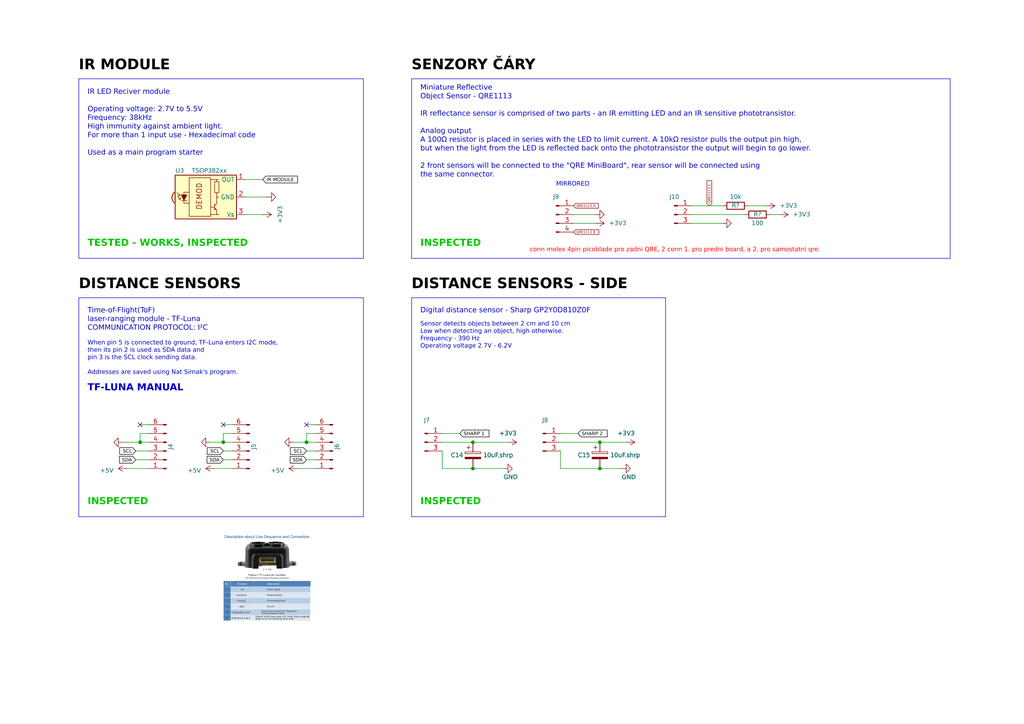
<source format=kicad_sch>
(kicad_sch (version 20231120) (generator "eeschema") (generator_version "8.0")
  (paper "A4")
  (title_block (title "SUMEC SMD") (company "SPŠ NA PROSEKU"))
  (lib_symbols
    (symbol "+3V3_1" (power) (pin_names (offset 0))
      (property "Value" "+3V3_1" (at 0 3.556 0))
      (symbol "+3V3_1_0_1"
        (polyline (pts (xy -0.762 1.27) (xy 0 2.54)))
        (polyline (pts (xy 0 0) (xy 0 2.54)))
        (polyline (pts (xy 0 2.54) (xy 0.762 1.27)))
      )
      (symbol "+3V3_1_1_1"
        (pin power_in line (at 0 0 90) (length 0) hide (name "+3V3") (number "1"))
      )
    )
    (symbol "Connector:Conn_01x03_Pin" (pin_names (offset 1.016) hide)
      (property "Reference" "J" (at 0 5.08 0))
      (property "Value" "Conn_01x03_Pin" (at 0 -5.08 0))
      (symbol "Conn_01x03_Pin_1_1"
        (polyline (pts (xy 1.27 -2.54) (xy 0.8636 -2.54)) (stroke (width 0.1524)))
        (polyline (pts (xy 1.27 0) (xy 0.8636 0)) (stroke (width 0.1524)))
        (polyline (pts (xy 1.27 2.54) (xy 0.8636 2.54)) (stroke (width 0.1524)))
        (rectangle (start 0.8636 -2.413) (end 0 -2.667) (stroke (width 0.1524)) (fill (type outline)))
        (rectangle (start 0.8636 0.127) (end 0 -0.127) (stroke (width 0.1524)) (fill (type outline)))
        (rectangle (start 0.8636 2.667) (end 0 2.413) (stroke (width 0.1524)) (fill (type outline)))
        (pin passive line (at 5.08 2.54 180) (length 3.81) (name "Pin_1") (number "1"))
        (pin passive line (at 5.08 0 180) (length 3.81) (name "Pin_2") (number "2"))
        (pin passive line (at 5.08 -2.54 180) (length 3.81) (name "Pin_3") (number "3"))
      )
    )
    (symbol "Connector:Conn_01x04_Pin" (pin_names (offset 1.016) hide)
      (property "Reference" "J" (at 0 5.08 0))
      (property "Value" "Conn_01x04_Pin" (at 0 -7.62 0))
      (symbol "Conn_01x04_Pin_1_1"
        (polyline (pts (xy 1.27 -5.08) (xy 0.8636 -5.08)) (stroke (width 0.1524)))
        (polyline (pts (xy 1.27 -2.54) (xy 0.8636 -2.54)) (stroke (width 0.1524)))
        (polyline (pts (xy 1.27 0) (xy 0.8636 0)) (stroke (width 0.1524)))
        (polyline (pts (xy 1.27 2.54) (xy 0.8636 2.54)) (stroke (width 0.1524)))
        (rectangle (start 0.8636 -4.953) (end 0 -5.207) (stroke (width 0.1524)) (fill (type outline)))
        (rectangle (start 0.8636 -2.413) (end 0 -2.667) (stroke (width 0.1524)) (fill (type outline)))
        (rectangle (start 0.8636 0.127) (end 0 -0.127) (stroke (width 0.1524)) (fill (type outline)))
        (rectangle (start 0.8636 2.667) (end 0 2.413) (stroke (width 0.1524)) (fill (type outline)))
        (pin passive line (at 5.08 2.54 180) (length 3.81) (name "Pin_1") (number "1"))
        (pin passive line (at 5.08 0 180) (length 3.81) (name "Pin_2") (number "2"))
        (pin passive line (at 5.08 -2.54 180) (length 3.81) (name "Pin_3") (number "3"))
        (pin passive line (at 5.08 -5.08 180) (length 3.81) (name "Pin_4") (number "4"))
      )
    )
    (symbol "Connector:Conn_01x06_Pin" (pin_names (offset 1.016) hide)
      (property "Reference" "J" (at 0 7.62 0))
      (property "Value" "Conn_01x06_Pin" (at 0 -10.16 0))
      (symbol "Conn_01x06_Pin_1_1"
        (polyline (pts (xy 1.27 -7.62) (xy 0.8636 -7.62)) (stroke (width 0.1524)))
        (polyline (pts (xy 1.27 -5.08) (xy 0.8636 -5.08)) (stroke (width 0.1524)))
        (polyline (pts (xy 1.27 -2.54) (xy 0.8636 -2.54)) (stroke (width 0.1524)))
        (polyline (pts (xy 1.27 0) (xy 0.8636 0)) (stroke (width 0.1524)))
        (polyline (pts (xy 1.27 2.54) (xy 0.8636 2.54)) (stroke (width 0.1524)))
        (polyline (pts (xy 1.27 5.08) (xy 0.8636 5.08)) (stroke (width 0.1524)))
        (rectangle (start 0.8636 -7.493) (end 0 -7.747) (stroke (width 0.1524)) (fill (type outline)))
        (rectangle (start 0.8636 -4.953) (end 0 -5.207) (stroke (width 0.1524)) (fill (type outline)))
        (rectangle (start 0.8636 -2.413) (end 0 -2.667) (stroke (width 0.1524)) (fill (type outline)))
        (rectangle (start 0.8636 0.127) (end 0 -0.127) (stroke (width 0.1524)) (fill (type outline)))
        (rectangle (start 0.8636 2.667) (end 0 2.413) (stroke (width 0.1524)) (fill (type outline)))
        (rectangle (start 0.8636 5.207) (end 0 4.953) (stroke (width 0.1524)) (fill (type outline)))
        (pin passive line (at 5.08 5.08 180) (length 3.81) (name "Pin_1") (number "1"))
        (pin passive line (at 5.08 2.54 180) (length 3.81) (name "Pin_2") (number "2"))
        (pin passive line (at 5.08 0 180) (length 3.81) (name "Pin_3") (number "3"))
        (pin passive line (at 5.08 -2.54 180) (length 3.81) (name "Pin_4") (number "4"))
        (pin passive line (at 5.08 -5.08 180) (length 3.81) (name "Pin_5") (number "5"))
        (pin passive line (at 5.08 -7.62 180) (length 3.81) (name "Pin_6") (number "6"))
      )
    )
    (symbol "Device:C_Polarized" (pin_numbers hide) (pin_names (offset 0.254))
      (property "Reference" "C" (at 0.635 2.54 0))
      (property "Value" "C_Polarized" (at 0.635 -2.54 0))
      (symbol "C_Polarized_0_1"
        (rectangle (start -2.286 0.508) (end 2.286 1.016))
        (polyline (pts (xy -1.778 2.286) (xy -0.762 2.286)))
        (polyline (pts (xy -1.27 2.794) (xy -1.27 1.778)))
        (rectangle (start 2.286 -0.508) (end -2.286 -1.016) (fill (type outline)))
      )
      (symbol "C_Polarized_1_1"
        (pin passive line (at 0 3.81 270) (length 2.794) (name "~") (number "1"))
        (pin passive line (at 0 -3.81 90) (length 2.794) (name "~") (number "2"))
      )
    )
    (symbol "Device:R" (pin_numbers hide) (pin_names (offset 0))
      (property "Reference" "R" (at 2.032 0 90))
      (property "Value" "R" (at 0 0 90))
      (symbol "R_0_1"
        (rectangle (start -1.016 -2.54) (end 1.016 2.54) (stroke (width 0.254)))
      )
      (symbol "R_1_1"
        (pin passive line (at 0 3.81 270) (length 1.27) (name "~") (number "1"))
        (pin passive line (at 0 -3.81 90) (length 1.27) (name "~") (number "2"))
      )
    )
    (symbol "GND_1" (power) (pin_names (offset 0))
      (property "Value" "GND_1" (at 0 -3.81 0))
      (symbol "GND_1_0_1"
        (polyline (pts (xy 0 0) (xy 0 -1.27) (xy 1.27 -1.27) (xy 0 -2.54) (xy -1.27 -1.27) (xy 0 -1.27)))
      )
      (symbol "GND_1_1_1"
        (pin power_in line (at 0 0 270) (length 0) hide (name "GND") (number "1"))
      )
    )
    (symbol "GND_2" (power) (pin_names (offset 0))
      (property "Value" "GND_2" (at 0 -3.81 0))
      (symbol "GND_2_0_1"
        (polyline (pts (xy 0 0) (xy 0 -1.27) (xy 1.27 -1.27) (xy 0 -2.54) (xy -1.27 -1.27) (xy 0 -1.27)))
      )
      (symbol "GND_2_1_1"
        (pin power_in line (at 0 0 270) (length 0) hide (name "GND") (number "1"))
      )
    )
    (symbol "Interface_Optical:TSOP382xx"
      (property "Reference" "U5" (at -7.62 7.62 0))
      (property "Value" "TSOP382xx" (at 5.08 7.62 0))
      (symbol "TSOP382xx_0_0"
        (arc (start -10.287 1.397) (mid -11.0899 -0.1852) (end -10.287 -1.778) (stroke (width 0.254)) (fill (type background)))
        (polyline (pts (xy 1.905 -5.08) (xy 0.127 -5.08)))
        (polyline (pts (xy 1.905 5.08) (xy 0.127 5.08)))
        (text "DEMOD" (at -3.175 0.254 900) (effects (font (size 1.524 1.524))))
      )
      (symbol "TSOP382xx_0_1"
        (rectangle (start -6.096 5.588) (end 0.127 -5.588))
        (polyline (pts (xy -8.763 0.381) (xy -9.652 1.27)))
        (polyline (pts (xy -8.763 0.381) (xy -9.271 0.381)))
        (polyline (pts (xy -8.763 0.381) (xy -8.763 0.889)))
        (polyline (pts (xy -8.636 -0.635) (xy -9.525 0.254)))
        (polyline (pts (xy -8.636 -0.635) (xy -9.144 -0.635)))
        (polyline (pts (xy -8.636 -0.635) (xy -8.636 -0.127)))
        (polyline (pts (xy -8.382 -1.016) (xy -6.731 -1.016)))
        (polyline (pts (xy 1.27 -2.921) (xy 0.127 -2.921)))
        (polyline (pts (xy 1.27 -1.905) (xy 1.27 -3.81)))
        (polyline (pts (xy 1.397 -3.556) (xy 1.524 -3.556)))
        (polyline (pts (xy 1.651 -3.556) (xy 1.524 -3.556)))
        (polyline (pts (xy 1.651 -3.556) (xy 1.651 -3.302)))
        (polyline (pts (xy 1.905 0) (xy 1.905 1.27)))
        (polyline (pts (xy 1.905 4.445) (xy 1.905 5.08) (xy 2.54 5.08)))
        (polyline (pts (xy -8.382 0.635) (xy -6.731 0.635) (xy -7.62 -1.016) (xy -8.382 0.635)) (fill (type outline)))
        (polyline (pts (xy -6.096 1.397) (xy -7.62 1.397) (xy -7.62 -1.778) (xy -6.096 -1.778)))
        (polyline (pts (xy 1.27 -3.175) (xy 1.905 -3.81) (xy 1.905 -5.08) (xy 2.54 -5.08)))
        (polyline (pts (xy 1.27 -2.54) (xy 1.905 -1.905) (xy 1.905 0) (xy 2.54 0)))
        (rectangle (start 2.54 1.27) (end 1.27 4.445))
        (rectangle (start 7.62 6.35) (end -10.16 -6.35) (stroke (width 0.254)) (fill (type background)))
      )
      (symbol "TSOP382xx_1_1"
        (pin output line (at 10.16 5.08 180) (length 2.54) (name "OUT") (number "1"))
        (pin power_in line (at 10.16 0 180) (length 2.54) (name "GND") (number "2"))
        (pin power_in line (at 10.16 -5.08 180) (length 2.54) (name "Vs") (number "3"))
      )
    )
    (symbol "power:+3V3" (power) (pin_names (offset 0))
      (property "Value" "+3V3" (at 0 3.556 0))
      (symbol "+3V3_0_1"
        (polyline (pts (xy -0.762 1.27) (xy 0 2.54)))
        (polyline (pts (xy 0 0) (xy 0 2.54)))
        (polyline (pts (xy 0 2.54) (xy 0.762 1.27)))
      )
      (symbol "+3V3_1_1"
        (pin power_in line (at 0 0 90) (length 0) hide (name "+3V3") (number "1"))
      )
    )
    (symbol "power:+5V" (power) (pin_names (offset 0))
      (property "Value" "+5V" (at 0 3.556 0))
      (symbol "+5V_0_1"
        (polyline (pts (xy -0.762 1.27) (xy 0 2.54)))
        (polyline (pts (xy 0 0) (xy 0 2.54)))
        (polyline (pts (xy 0 2.54) (xy 0.762 1.27)))
      )
      (symbol "+5V_1_1"
        (pin power_in line (at 0 0 90) (length 0) hide (name "+5V") (number "1"))
      )
    )
    (symbol "power:GND" (power) (pin_names (offset 0))
      (property "Value" "GND" (at 0 -3.81 0))
      (symbol "GND_0_1"
        (polyline (pts (xy 0 0) (xy 0 -1.27) (xy 1.27 -1.27) (xy 0 -2.54) (xy -1.27 -1.27) (xy 0 -1.27)))
      )
      (symbol "GND_1_1"
        (pin power_in line (at 0 0 270) (length 0) hide (name "GND") (number "1"))
      )
    )
  )
  (junction (at 137.16 128.27))
  (junction (at 173.99 135.89))
  (junction (at 137.16 135.89))
  (junction (at 88.9 128.27))
  (junction (at 64.77 128.27))
  (junction (at 173.99 128.27))
  (junction (at 40.64 128.27))
  (no_connect (at 88.9 123.19))
  (no_connect (at 40.64 123.19))
  (no_connect (at 64.77 123.19))
  (wire (pts (xy 76.2 52.07) (xy 71.12 52.07)))
  (wire (pts (xy 43.18 125.73) (xy 40.64 125.73)))
  (wire (pts (xy 40.64 128.27) (xy 43.18 128.27)))
  (wire (pts (xy 64.77 125.73) (xy 64.77 128.27)))
  (polyline (pts (xy 105.41 74.93) (xy 22.86 74.93)))
  (polyline (pts (xy 22.86 86.36) (xy 105.41 86.36)))
  (wire (pts (xy 88.9 128.27) (xy 91.44 128.27)))
  (wire (pts (xy 162.56 135.89) (xy 173.99 135.89)))
  (wire (pts (xy 64.77 133.35) (xy 67.31 133.35)))
  (polyline (pts (xy 275.59 22.86) (xy 275.59 74.93)))
  (polyline (pts (xy 105.41 86.36) (xy 105.41 149.86)))
  (wire (pts (xy 39.37 133.35) (xy 43.18 133.35)))
  (wire (pts (xy 64.77 128.27) (xy 67.31 128.27)))
  (wire (pts (xy 39.37 130.81) (xy 43.18 130.81)))
  (wire (pts (xy 40.64 125.73) (xy 40.64 128.27)))
  (wire (pts (xy 166.37 62.23) (xy 172.72 62.23)))
  (wire (pts (xy 223.52 62.23) (xy 226.06 62.23)))
  (wire (pts (xy 128.27 128.27) (xy 137.16 128.27)))
  (wire (pts (xy 67.31 125.73) (xy 64.77 125.73)))
  (wire (pts (xy 62.23 135.89) (xy 67.31 135.89)))
  (wire (pts (xy 137.16 135.89) (xy 146.05 135.89)))
  (wire (pts (xy 64.77 130.81) (xy 67.31 130.81)))
  (wire (pts (xy 76.2 62.23) (xy 71.12 62.23)))
  (wire (pts (xy 85.09 128.27) (xy 88.9 128.27)))
  (wire (pts (xy 128.27 135.89) (xy 137.16 135.89)))
  (polyline (pts (xy 119.38 149.86) (xy 119.38 86.36)))
  (polyline (pts (xy 105.41 74.93) (xy 105.41 22.86)))
  (polyline (pts (xy 22.86 22.86) (xy 105.41 22.86)))
  (wire (pts (xy 222.25 59.69) (xy 217.17 59.69)))
  (polyline (pts (xy 119.38 86.36) (xy 193.04 86.36)))
  (wire (pts (xy 40.64 123.19) (xy 43.18 123.19)))
  (wire (pts (xy 35.56 128.27) (xy 40.64 128.27)))
  (wire (pts (xy 172.72 64.77) (xy 166.37 64.77)))
  (polyline (pts (xy 119.38 22.86) (xy 275.59 22.86)))
  (wire (pts (xy 167.64 125.73) (xy 162.56 125.73)))
  (wire (pts (xy 36.83 135.89) (xy 43.18 135.89)))
  (polyline (pts (xy 119.38 149.86) (xy 193.04 149.86)))
  (wire (pts (xy 173.99 135.89) (xy 180.34 135.89)))
  (polyline (pts (xy 119.38 74.93) (xy 275.59 74.93)))
  (wire (pts (xy 162.56 128.27) (xy 173.99 128.27)))
  (wire (pts (xy 128.27 135.89) (xy 128.27 130.81)))
  (wire (pts (xy 173.99 128.27) (xy 181.61 128.27)))
  (polyline (pts (xy 22.86 149.86) (xy 22.86 86.36)))
  (wire (pts (xy 88.9 133.35) (xy 91.44 133.35)))
  (polyline (pts (xy 119.38 22.86) (xy 119.38 74.93)))
  (wire (pts (xy 200.66 62.23) (xy 215.9 62.23)))
  (wire (pts (xy 133.35 125.73) (xy 128.27 125.73)))
  (polyline (pts (xy 193.04 86.36) (xy 193.04 149.86)))
  (wire (pts (xy 86.36 135.89) (xy 91.44 135.89)))
  (wire (pts (xy 71.12 57.15) (xy 77.47 57.15)))
  (wire (pts (xy 91.44 125.73) (xy 88.9 125.73)))
  (wire (pts (xy 88.9 123.19) (xy 91.44 123.19)))
  (polyline (pts (xy 22.86 74.93) (xy 22.86 22.86)))
  (wire (pts (xy 137.16 128.27) (xy 147.32 128.27)))
  (wire (pts (xy 60.96 128.27) (xy 64.77 128.27)))
  (wire (pts (xy 88.9 130.81) (xy 91.44 130.81)))
  (wire (pts (xy 88.9 125.73) (xy 88.9 128.27)))
  (polyline (pts (xy 22.86 149.86) (xy 105.41 149.86)))
  (wire (pts (xy 64.77 123.19) (xy 67.31 123.19)))
  (wire (pts (xy 200.66 59.69) (xy 209.55 59.69)))
  (wire (pts (xy 162.56 135.89) (xy 162.56 130.81)))
  (wire (pts (xy 209.55 64.77) (xy 200.66 64.77)))
  (image (at 77.47 167.64) (scale 0.393064))
  (text "Time-of-Flight(ToF)\nlaser-ranging module - TF-Luna\nCOMMUNICATION PROTOCOL: I²C \n" (at 25.4 96.52 0) (effects (font (size 1.5 1.5) (italic yes)) (justify left bottom)))
  (text "conn molex 4pin picoblade pro zadni QRE, 2 conn 1. pro predni board, a 2. pro samostatni qre." (at 153.67 73.66 0) (effects (font (size 1.27 1.27)) (justify left bottom)))
  (text "IR LED Reciver module\n\nOperating voltage: 2.7V to 5.5V\nFrequency: 38kHz \nHigh immunity against ambient light. \nFor more than 1 input use - Hexadecimal code\n\nUsed as a main program starter\n" (at 25.4 45.72 0) (effects (font (size 1.5 1.5) (italic yes)) (justify left bottom)))
  (text "Digital distance sensor - Sharp GP2Y0D810Z0F\n\n" (at 121.92 93.98 0) (effects (font (size 1.5 1.5) (italic yes)) (justify left bottom)))
  (text "TESTED - WORKS, INSPECTED" (at 25.4 72.39 0) (effects (font (size 2 2) (thickness 0.4) (bold yes)) (justify left bottom)))
  (text "IR MODULE" (at 22.86 21.59 0) (effects (font (size 3 3) (bold yes)) (justify left bottom)))
  (text "INSPECTED" (at 25.4 147.32 0) (effects (font (size 2 2) (thickness 0.4) (bold yes)) (justify left bottom)))
  (text "SENZORY ČÁRY" (at 119.38 21.59 0) (effects (font (size 3 3) (bold yes)) (justify left bottom)))
  (text "When pin 5 is connected to ground, TF-Luna enters I2C mode, \nthen its pin 2 is used as SDA data and\npin 3 is the SCL clock sending data.\n\nAddresses are saved using Nat Simak's program." (at 25.4 109.22 0) (effects (font (size 1.27 1.27)) (justify left bottom)))
  (text "Sensor detects objects between 2 cm and 10 cm\nLow when detecting an object, high otherwise.\nFrequency - 390 Hz\nOperating voltage 2.7V - 6.2V" (at 121.92 101.6 0) (effects (font (size 1.27 1.27)) (justify left bottom)))
  (text "Miniature Reflective\nObject Sensor - QRE1113\n\nIR reflectance sensor is comprised of two parts - an IR emitting LED and an IR sensitive phototransistor.\n\nAnalog output\nA 100Ω resistor is placed in series with the LED to limit current. A 10kΩ resistor pulls the output pin high, \nbut when the light from the LED is reflected back onto the phototransistor the output will begin to go lower.\n\n2 front sensors will be connected to the \"QRE MiniBoard\", rear sensor will be connected using \nthe same connector." (at 121.92 52.07 0) (effects (font (size 1.5 1.5) (italic yes)) (justify left bottom)))
  (text "TF-LUNA MANUAL" (at 25.4 114.3 0) (effects (font (size 2 2) (thickness 0.254) (bold yes)) (justify left bottom)))
  (text "INSPECTED" (at 121.92 147.32 0) (effects (font (size 2 2) (thickness 0.4) (bold yes)) (justify left bottom)))
  (text "DISTANCE SENSORS" (at 22.86 85.09 0) (effects (font (size 3 3) (bold yes)) (justify left bottom)))
  (text "MIRRORED" (at 161.29 54.61 0) (effects (font (size 1.27 1.27)) (justify left bottom)))
  (text "INSPECTED" (at 121.92 72.39 0) (effects (font (size 2 2) (thickness 0.4) (bold yes)) (justify left bottom)))
  (text "DISTANCE SENSORS - SIDE" (at 119.38 85.09 0) (effects (font (size 3 3) (bold yes)) (justify left bottom)))
  (global_label "SCL" (shape input) (at 88.9 130.81 180) (effects (font (size 1 1))) (property "Intersheetrefs" "${INTERSHEET_REFS}" (effects (hide yes))))
  (global_label "QRE1113 C" (shape input) (at 205.74 59.69 90) (effects (font (size 0.7 0.7))) (property "Intersheetrefs" "${INTERSHEET_REFS}" (effects (hide yes))))
  (global_label "QRE1113 B" (shape input) (at 166.37 67.31 0) (effects (font (size 0.7 0.7))) (property "Intersheetrefs" "${INTERSHEET_REFS}" (effects (hide yes))))
  (global_label "SHARP 2" (shape input) (at 167.64 125.73 0) (effects (font (size 1 1))) (property "Intersheetrefs" "${INTERSHEET_REFS}" (effects (hide yes))))
  (global_label "IR MODULE" (shape input) (at 76.2 52.07 0) (effects (font (size 1 1))) (property "Intersheetrefs" "${INTERSHEET_REFS}" (effects (hide yes))))
  (global_label "SCL" (shape input) (at 64.77 130.81 180) (effects (font (size 1 1))) (property "Intersheetrefs" "${INTERSHEET_REFS}" (effects (hide yes))))
  (global_label "QRE1113 A" (shape input) (at 166.37 59.69 0) (effects (font (size 0.7 0.7))) (property "Intersheetrefs" "${INTERSHEET_REFS}" (effects (hide yes))))
  (global_label "SHARP 1" (shape input) (at 133.35 125.73 0) (effects (font (size 1 1))) (property "Intersheetrefs" "${INTERSHEET_REFS}" (effects (hide yes))))
  (global_label "SCL" (shape input) (at 39.37 130.81 180) (effects (font (size 1 1))) (property "Intersheetrefs" "${INTERSHEET_REFS}" (effects (hide yes))))
  (global_label "SDA" (shape input) (at 39.37 133.35 180) (effects (font (size 1 1))) (property "Intersheetrefs" "${INTERSHEET_REFS}" (effects (hide yes))))
  (global_label "SDA" (shape input) (at 64.77 133.35 180) (effects (font (size 1 1))) (property "Intersheetrefs" "${INTERSHEET_REFS}" (effects (hide yes))))
  (global_label "SDA" (shape input) (at 88.9 133.35 180) (effects (font (size 1 1))) (property "Intersheetrefs" "${INTERSHEET_REFS}" (effects (hide yes))))
  (symbol (lib_id "Device:R") (at 213.36 59.69 270) (unit 1)
    (property "Reference" "R?" (at 213.36 59.69 90))
    (property "Value" "10k" (at 213.36 57.15 90))
    (property "Footprint" "Resistor_SMD:R_0805_2012Metric_Pad1.20x1.40mm_HandSolder" (effects (hide yes)))
    (instances (project "QRE MiniBoards" (path "" (reference "R?") (unit 1))) (project "sumec" (path "" (reference "R9") (unit 1))))
  )
  (symbol (lib_id "power:+3V3") (at 222.25 59.69 270) (unit 1)
    (property "Reference" "#PWR?" (effects (hide yes)))
    (property "Value" "+3V3" (at 226.06 59.69 90) (effects (justify left)))
    (instances (project "QRE MiniBoards" (path "" (reference "#PWR?") (unit 1))) (project "sumec" (path "" (reference "#PWR040") (unit 1))))
  )
  (symbol (lib_id "Connector:Conn_01x03_Pin") (at 157.48 128.27 0) (unit 1)
    (property "Reference" "J8" (at 158.115 121.92 0))
    (property "Value" "Conn_01x03_Pin" (effects (hide yes)))
    (property "Footprint" "Connector_Molex:Molex_PicoBlade_53398-0371_1x03-1MP_P1.25mm_Vertical" (effects (hide yes)))
  )
  (symbol (lib_name "GND_1") (lib_id "power:GND") (at 172.72 62.23 90) (unit 1)
    (property "Reference" "#PWR?" (effects (hide yes)))
    (property "Value" "GND" (effects (hide yes)))
    (instances (project "QRE MiniBoards" (path "" (reference "#PWR?") (unit 1))) (project "sumec" (path "" (reference "#PWR035") (unit 1))))
  )
  (symbol (lib_id "Connector:Conn_01x03_Pin") (at 123.19 128.27 0) (unit 1)
    (property "Reference" "J7" (at 123.825 121.92 0))
    (property "Value" "Conn_01x03_Pin" (effects (hide yes)))
    (property "Footprint" "Connector_Molex:Molex_PicoBlade_53398-0371_1x03-1MP_P1.25mm_Vertical" (effects (hide yes)))
  )
  (symbol (lib_id "power:+3V3") (at 172.72 64.77 270) (unit 1)
    (property "Reference" "#PWR?" (effects (hide yes)))
    (property "Value" "+3V3" (at 176.53 64.77 90) (effects (justify left)))
    (instances (project "QRE MiniBoards" (path "" (reference "#PWR?") (unit 1))) (project "sumec" (path "" (reference "#PWR036") (unit 1))))
  )
  (symbol (lib_id "Device:C_Polarized") (at 137.16 132.08 0) (unit 1)
    (property "Reference" "C14" (at 130.81 132.08 0) (effects (justify left)))
    (property "Value" "10uF.shrp" (at 139.7 132.08 0) (effects (justify left)))
    (property "Footprint" "Capacitor_Tantalum_SMD:CP_EIA-3216-18_Kemet-A_Pad1.58x1.35mm_HandSolder" (effects (hide yes)))
  )
  (symbol (lib_id "power:+3V3") (at 226.06 62.23 270) (unit 1)
    (property "Reference" "#PWR?" (effects (hide yes)))
    (property "Value" "+3V3" (at 229.87 62.23 90) (effects (justify left)))
    (instances (project "QRE MiniBoards" (path "" (reference "#PWR?") (unit 1))) (project "sumec" (path "" (reference "#PWR041") (unit 1))))
  )
  (symbol (lib_id "Device:R") (at 219.71 62.23 270) (unit 1)
    (property "Reference" "R?" (at 219.71 62.23 90))
    (property "Value" "100" (at 219.71 64.77 90))
    (property "Footprint" "Resistor_SMD:R_0805_2012Metric_Pad1.20x1.40mm_HandSolder" (effects (hide yes)))
    (instances (project "QRE MiniBoards" (path "" (reference "R?") (unit 1))) (project "sumec" (path "" (reference "R10") (unit 1))))
  )
  (symbol (lib_name "GND_2") (lib_id "power:GND") (at 146.05 135.89 90) (unit 1)
    (property "Reference" "#PWR033" (effects (hide yes)))
    (property "Value" "GND" (at 146.05 138.43 90) (effects (justify right)))
  )
  (symbol (lib_name "GND_2") (lib_id "power:GND") (at 180.34 135.89 90) (unit 1)
    (property "Reference" "#PWR037" (effects (hide yes)))
    (property "Value" "GND" (at 180.34 138.43 90) (effects (justify right)))
  )
  (symbol (lib_id "power:+5V") (at 62.23 135.89 90) (unit 1)
    (property "Reference" "#PWR028" (effects (hide yes)))
    (property "Value" "+5V" (at 58.42 136.525 90) (effects (justify left)))
  )
  (symbol (lib_id "power:GND") (at 60.96 128.27 270) (unit 1)
    (property "Reference" "#PWR027" (effects (hide yes)))
    (property "Value" "GND" (effects (hide yes)))
  )
  (symbol (lib_id "power:+5V") (at 36.83 135.89 90) (unit 1)
    (property "Reference" "#PWR026" (effects (hide yes)))
    (property "Value" "+5V" (at 33.02 136.525 90) (effects (justify left)))
  )
  (symbol (lib_name "GND_1") (lib_id "power:GND") (at 209.55 64.77 90) (unit 1)
    (property "Reference" "#PWR?" (effects (hide yes)))
    (property "Value" "GND" (effects (hide yes)))
    (instances (project "QRE MiniBoards" (path "" (reference "#PWR?") (unit 1))) (project "sumec" (path "" (reference "#PWR039") (unit 1))))
  )
  (symbol (lib_id "power:GND") (at 35.56 128.27 270) (unit 1)
    (property "Reference" "#PWR025" (effects (hide yes)))
    (property "Value" "GND" (effects (hide yes)))
  )
  (symbol (lib_name "+3V3_1") (lib_id "power:+3V3") (at 76.2 62.23 270) (unit 1)
    (property "Reference" "#PWR030" (effects (hide yes)))
    (property "Value" "+3V3" (at 81.28 62.23 0))
  )
  (symbol (lib_id "power:+5V") (at 86.36 135.89 90) (unit 1)
    (property "Reference" "#PWR032" (effects (hide yes)))
    (property "Value" "+5V" (at 82.55 136.525 90) (effects (justify left)))
  )
  (symbol (lib_id "power:GND") (at 85.09 128.27 270) (unit 1)
    (property "Reference" "#PWR031" (effects (hide yes)))
    (property "Value" "GND" (effects (hide yes)))
  )
  (symbol (lib_id "Connector:Conn_01x04_Pin") (at 161.29 62.23 0) (unit 1)
    (property "Reference" "J9" (at 161.29 57.15 0))
    (property "Value" "Conn_01x04_Pin" (effects (hide yes)))
    (property "Footprint" "Connector_Molex:Molex_PicoBlade_53398-0471_1x04-1MP_P1.25mm_Vertical" (effects (hide yes)))
  )
  (symbol (lib_id "Connector:Conn_01x06_Pin") (at 96.52 130.81 180) (unit 1)
    (property "Reference" "J6" (at 97.79 129.54 90))
    (property "Value" "Conn_01x06_Pin" (effects (hide yes)))
    (property "Footprint" "Connector_Molex:Molex_PicoBlade_53398-0671_1x06-1MP_P1.25mm_Vertical" (effects (hide yes)))
  )
  (symbol (lib_id "Connector:Conn_01x06_Pin") (at 72.39 130.81 180) (unit 1)
    (property "Reference" "J5" (at 73.66 129.54 90))
    (property "Value" "Conn_01x06_Pin" (effects (hide yes)))
    (property "Footprint" "Connector_Molex:Molex_PicoBlade_53398-0671_1x06-1MP_P1.25mm_Vertical" (effects (hide yes)))
  )
  (symbol (lib_id "Connector:Conn_01x03_Pin") (at 195.58 62.23 0) (unit 1)
    (property "Reference" "J10" (at 195.58 57.15 0))
    (property "Value" "Conn_01x03_Pin" (effects (hide yes)))
    (property "Footprint" "Connector_Molex:Molex_PicoBlade_53398-0371_1x03-1MP_P1.25mm_Vertical" (effects (hide yes)))
  )
  (symbol (lib_id "Interface_Optical:TSOP382xx") (at 60.96 57.15 0) (unit 1)
    (property "Reference" "U3" (at 53.34 49.53 0) (effects (justify right)))
    (property "Value" "TSOP382xx" (at 66.04 49.53 0) (effects (justify right)))
    (property "Footprint" "sumec-smdV2_library:TSOP" (effects (hide yes)))
    (property "Datasheet" "http://www.vishay.com/docs/82491/tsop382.pdf" (effects (hide yes)))
  )
  (symbol (lib_name "+3V3_1") (lib_id "power:+3V3") (at 147.32 128.27 270) (unit 1)
    (property "Reference" "#PWR034" (effects (hide yes)))
    (property "Value" "+3V3" (at 147.32 125.73 90))
  )
  (symbol (lib_id "power:GND") (at 77.47 57.15 90) (unit 1)
    (property "Reference" "#PWR029" (effects (hide yes)))
    (property "Value" "GND" (effects (hide yes)))
  )
  (symbol (lib_name "+3V3_1") (lib_id "power:+3V3") (at 181.61 128.27 270) (unit 1)
    (property "Reference" "#PWR038" (effects (hide yes)))
    (property "Value" "+3V3" (at 181.61 125.73 90))
  )
  (symbol (lib_id "Connector:Conn_01x06_Pin") (at 48.26 130.81 180) (unit 1)
    (property "Reference" "J4" (at 49.53 129.54 90))
    (property "Value" "Conn_01x06_Pin" (effects (hide yes)))
    (property "Footprint" "Connector_Molex:Molex_PicoBlade_53398-0671_1x06-1MP_P1.25mm_Vertical" (effects (hide yes)))
  )
  (symbol (lib_id "Device:C_Polarized") (at 173.99 132.08 0) (unit 1)
    (property "Reference" "C15" (at 167.64 132.08 0) (effects (justify left)))
    (property "Value" "10uF.shrp" (at 176.53 132.08 0) (effects (justify left)))
    (property "Footprint" "Capacitor_Tantalum_SMD:CP_EIA-3216-18_Kemet-A_Pad1.58x1.35mm_HandSolder" (effects (hide yes)))
  )
)
</source>
